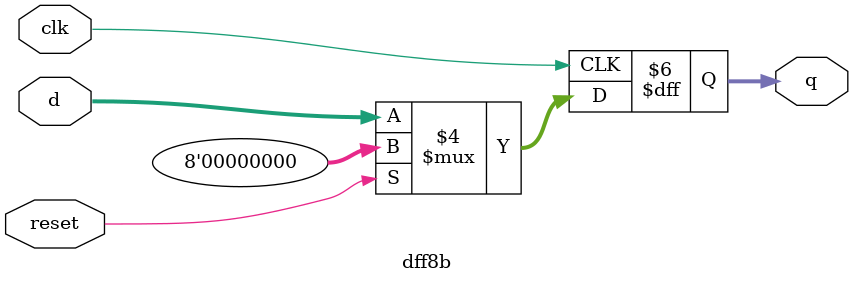
<source format=v>
module dff8b(clk,d,reset,q);
input[7:0] d;
input clk,reset;
output[7:0] q;
reg[7:0] q;
always@(posedge clk)
begin
if(reset==1'b1)
	q<=0;
else
	q<=d;
end
endmodule

</source>
